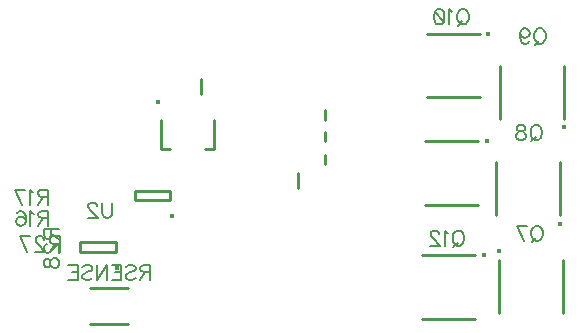
<source format=gbo>
G04 DipTrace 3.0.0.2*
G04 gd32f350withholtekregSHUNT.GBO*
%MOIN*%
G04 #@! TF.FileFunction,Legend,Bot*
G04 #@! TF.Part,Single*
%ADD10C,0.009843*%
%ADD30C,0.015742*%
%ADD33C,0.015759*%
%ADD38C,0.015401*%
%ADD41C,0.015401*%
%ADD97C,0.00772*%
%FSLAX26Y26*%
G04*
G70*
G90*
G75*
G01*
G04 BotSilk*
%LPD*%
X1441932Y893008D2*
D10*
Y944150D1*
X1531719Y1119961D2*
Y1151457D1*
X1530479Y972050D2*
Y1003546D1*
X1531429Y1049671D2*
Y1081167D1*
X2110536Y654398D2*
Y477228D1*
X2323138Y654398D2*
Y477228D1*
D30*
X2110536Y681943D3*
X2313121Y801662D2*
D10*
Y978833D1*
X2100520Y801662D2*
Y978833D1*
D30*
X2313121Y774118D3*
X2326172Y1123310D2*
D10*
Y1300481D1*
X2113571Y1123310D2*
Y1300481D1*
D30*
X2326172Y1095766D3*
X2046438Y1407624D2*
D10*
X1869267D1*
X2046438Y1195022D2*
X1869267D1*
D33*
X2073982Y1407624D3*
X2041616Y1050501D2*
D10*
X1864446D1*
X2041616Y837899D2*
X1864446D1*
D33*
X2069160Y1050501D3*
X2031905Y670062D2*
D10*
X1854734D1*
X2031905Y457461D2*
X1854734D1*
D33*
X2059449Y670062D3*
X1115803Y1205189D2*
D10*
Y1256331D1*
X748633Y441075D2*
X874491D1*
X748633Y559248D2*
X874491D1*
D38*
X1019103Y798136D3*
X1013840Y852201D2*
D10*
X895732D1*
X1013840Y883692D2*
X895732D1*
Y852201D2*
Y883692D1*
X1013840Y852201D2*
Y883692D1*
D38*
X838225Y626797D3*
X832962Y680863D2*
D10*
X714854D1*
X832962Y712353D2*
X714854D1*
Y680863D2*
Y712353D1*
X832962Y680863D2*
Y712353D1*
X984591Y1121154D2*
Y1022748D1*
X1014132D1*
X1132217D2*
X1161757D1*
Y1121154D1*
D41*
X975494Y1179784D3*
X2242149Y766898D2*
D97*
X2246902Y764576D1*
X2251710Y759768D1*
X2254087Y754959D1*
X2256519Y747774D1*
Y735836D1*
X2254087Y728651D1*
X2251710Y723898D1*
X2246902Y719089D1*
X2242149Y716713D1*
X2232587D1*
X2227779Y719089D1*
X2223025Y723898D1*
X2220649Y728651D1*
X2218217Y735836D1*
Y747774D1*
X2220649Y754959D1*
X2223025Y759768D1*
X2227779Y764576D1*
X2232587Y766898D1*
X2242149D1*
X2234964Y726275D2*
X2220649Y711904D1*
X2193216Y716658D2*
X2169284Y766842D1*
X2202778D1*
X2239975Y1103157D2*
X2244729Y1100836D1*
X2249537Y1096028D1*
X2251914Y1091219D1*
X2254345Y1084034D1*
Y1072096D1*
X2251914Y1064911D1*
X2249537Y1060158D1*
X2244729Y1055349D1*
X2239975Y1052973D1*
X2230414D1*
X2225605Y1055349D1*
X2220852Y1060158D1*
X2218476Y1064911D1*
X2216044Y1072096D1*
Y1084034D1*
X2218476Y1091219D1*
X2220852Y1096028D1*
X2225605Y1100836D1*
X2230414Y1103157D1*
X2239975D1*
X2232790Y1062534D2*
X2218476Y1048164D1*
X2188666Y1103102D2*
X2195796Y1100726D1*
X2198228Y1095972D1*
Y1091164D1*
X2195796Y1086411D1*
X2191043Y1083979D1*
X2181481Y1081602D1*
X2174296Y1079226D1*
X2169543Y1074417D1*
X2167166Y1069664D1*
Y1062479D1*
X2169543Y1057726D1*
X2171920Y1055294D1*
X2179105Y1052917D1*
X2188666D1*
X2195796Y1055294D1*
X2198228Y1057726D1*
X2200604Y1062479D1*
Y1069664D1*
X2198228Y1074417D1*
X2193419Y1079226D1*
X2186290Y1081602D1*
X2176728Y1083979D1*
X2171920Y1086411D1*
X2169543Y1091164D1*
Y1095972D1*
X2171920Y1100726D1*
X2179105Y1103102D1*
X2188666D1*
X2251866Y1424806D2*
X2256619Y1422484D1*
X2261428Y1417676D1*
X2263804Y1412868D1*
X2266236Y1405682D1*
Y1393744D1*
X2263804Y1386559D1*
X2261428Y1381806D1*
X2256619Y1376998D1*
X2251866Y1374621D1*
X2242304D1*
X2237496Y1376998D1*
X2232743Y1381806D1*
X2230366Y1386559D1*
X2227934Y1393744D1*
Y1405682D1*
X2230366Y1412868D1*
X2232743Y1417676D1*
X2237496Y1422484D1*
X2242304Y1424806D1*
X2251866D1*
X2244681Y1384183D2*
X2230366Y1369813D1*
X2181378Y1408059D2*
X2183810Y1400874D1*
X2188563Y1396066D1*
X2195748Y1393689D1*
X2198125D1*
X2205310Y1396066D1*
X2210063Y1400874D1*
X2212495Y1408059D1*
Y1410436D1*
X2210063Y1417621D1*
X2205310Y1422374D1*
X2198125Y1424750D1*
X2195748D1*
X2188563Y1422374D1*
X2183810Y1417621D1*
X2181378Y1408059D1*
Y1396066D1*
X2183810Y1384127D1*
X2188563Y1376942D1*
X2195748Y1374566D1*
X2200501D1*
X2207686Y1376942D1*
X2210063Y1381751D1*
X1994903Y1488718D2*
X1999656Y1486397D1*
X2004465Y1481588D1*
X2006841Y1476780D1*
X2009273Y1469595D1*
Y1457656D1*
X2006841Y1450471D1*
X2004465Y1445718D1*
X1999656Y1440910D1*
X1994903Y1438533D1*
X1985341D1*
X1980533Y1440910D1*
X1975780Y1445718D1*
X1973403Y1450471D1*
X1970971Y1457656D1*
Y1469595D1*
X1973403Y1476780D1*
X1975780Y1481588D1*
X1980533Y1486397D1*
X1985341Y1488718D1*
X1994903D1*
X1987718Y1448095D2*
X1973403Y1433725D1*
X1955532Y1479101D2*
X1950724Y1481533D1*
X1943539Y1488663D1*
Y1438478D1*
X1913729Y1488663D2*
X1920914Y1486286D1*
X1925723Y1479101D1*
X1928099Y1467163D1*
Y1459978D1*
X1925723Y1448039D1*
X1920914Y1440854D1*
X1913729Y1438478D1*
X1908976D1*
X1901791Y1440854D1*
X1897038Y1448039D1*
X1894606Y1459978D1*
Y1467163D1*
X1897038Y1479101D1*
X1901791Y1486286D1*
X1908976Y1488663D1*
X1913729D1*
X1897038Y1479101D2*
X1925723Y1448039D1*
X1980370Y751156D2*
X1985123Y748835D1*
X1989932Y744026D1*
X1992309Y739218D1*
X1994740Y732033D1*
Y720095D1*
X1992309Y712910D1*
X1989932Y708156D1*
X1985123Y703348D1*
X1980370Y700971D1*
X1970809D1*
X1966000Y703348D1*
X1961247Y708156D1*
X1958870Y712910D1*
X1956439Y720095D1*
Y732033D1*
X1958870Y739218D1*
X1961247Y744026D1*
X1966000Y748835D1*
X1970809Y751156D1*
X1980370D1*
X1973185Y710533D2*
X1958870Y696163D1*
X1940999Y741539D2*
X1936191Y743971D1*
X1929006Y751101D1*
Y700916D1*
X1911135Y739163D2*
Y741539D1*
X1908758Y746348D1*
X1906382Y748724D1*
X1901573Y751101D1*
X1892011D1*
X1887258Y748724D1*
X1884882Y746348D1*
X1882450Y741539D1*
Y736786D1*
X1884882Y731978D1*
X1889635Y724848D1*
X1913567Y700916D1*
X1880073D1*
X608820Y792451D2*
X587320D1*
X580135Y794883D1*
X577703Y797260D1*
X575326Y802013D1*
Y806822D1*
X577703Y811575D1*
X580135Y814007D1*
X587320Y816383D1*
X608820D1*
Y766143D1*
X592073Y792451D2*
X575326Y766143D1*
X559887Y806766D2*
X555079Y809198D1*
X547894Y816328D1*
Y766143D1*
X503769Y809198D2*
X506146Y813951D1*
X513331Y816328D1*
X518084D1*
X525269Y813951D1*
X530078Y806766D1*
X532454Y794828D1*
Y782890D1*
X530078Y773328D1*
X525269Y768520D1*
X518084Y766143D1*
X515708D1*
X508578Y768520D1*
X503769Y773328D1*
X501393Y780513D1*
Y782890D1*
X503769Y790075D1*
X508578Y794828D1*
X515708Y797205D1*
X518084D1*
X525269Y794828D1*
X530078Y790075D1*
X532454Y782890D1*
X607096Y863825D2*
X585596D1*
X578411Y866257D1*
X575979Y868634D1*
X573603Y873387D1*
Y878196D1*
X575979Y882949D1*
X578411Y885381D1*
X585596Y887757D1*
X607096D1*
Y837517D1*
X590349Y863825D2*
X573603Y837517D1*
X558163Y878140D2*
X553355Y880572D1*
X546170Y887702D1*
Y837517D1*
X521169D2*
X497237Y887702D1*
X530731D1*
X645909Y707675D2*
X624409D1*
X617224Y710106D1*
X614792Y712483D1*
X612416Y717236D1*
Y722045D1*
X614792Y726798D1*
X617224Y729230D1*
X624409Y731606D1*
X645909D1*
Y681366D1*
X629162Y707675D2*
X612416Y681366D1*
X594544Y719613D2*
Y721989D1*
X592168Y726798D1*
X589791Y729174D1*
X584983Y731551D1*
X575421D1*
X570668Y729174D1*
X568291Y726798D1*
X565860Y721989D1*
Y717236D1*
X568291Y712428D1*
X573045Y705298D1*
X596976Y681366D1*
X563483D1*
X538482D2*
X514550Y731551D1*
X548044D1*
X617386Y757737D2*
Y736237D1*
X614954Y729052D1*
X612577Y726620D1*
X607824Y724244D1*
X603016D1*
X598263Y726620D1*
X595831Y729052D1*
X593454Y736237D1*
Y757737D1*
X643694D1*
X617386Y740990D2*
X643694Y724244D1*
X605448Y706373D2*
X603071D1*
X598263Y703996D1*
X595886Y701619D1*
X593509Y696811D1*
Y687249D1*
X595886Y682496D1*
X598263Y680120D1*
X603071Y677688D1*
X607824D1*
X612633Y680120D1*
X619762Y684873D1*
X643694Y708804D1*
Y675311D1*
X593509Y647934D2*
X595886Y655063D1*
X600639Y657495D1*
X605448D1*
X610201Y655063D1*
X612633Y650310D1*
X615009Y640749D1*
X617386Y633564D1*
X622194Y628810D1*
X626947Y626434D1*
X634132D1*
X638886Y628810D1*
X641318Y631187D1*
X643694Y638372D1*
Y647934D1*
X641318Y655063D1*
X638886Y657495D1*
X634133Y659872D1*
X626947D1*
X622194Y657495D1*
X617386Y652687D1*
X615009Y645557D1*
X612633Y635995D1*
X610201Y631187D1*
X605448Y628810D1*
X600639D1*
X595886Y631187D1*
X593509Y638372D1*
Y647934D1*
X948208Y612445D2*
X926708D1*
X919523Y614877D1*
X917091Y617253D1*
X914715Y622007D1*
Y626815D1*
X917091Y631568D1*
X919523Y634000D1*
X926708Y636377D1*
X948208D1*
Y586137D1*
X931461Y612445D2*
X914715Y586137D1*
X865782Y629192D2*
X870535Y634000D1*
X877720Y636377D1*
X887282D1*
X894467Y634000D1*
X899275Y629192D1*
Y624438D1*
X896844Y619630D1*
X894467Y617253D1*
X889714Y614877D1*
X875344Y610068D1*
X870535Y607692D1*
X868159Y605260D1*
X865782Y600507D1*
Y593322D1*
X870535Y588568D1*
X877720Y586137D1*
X887282D1*
X894467Y588568D1*
X899275Y593322D1*
X819281Y636377D2*
X850343D1*
Y586137D1*
X819281D1*
X850343Y612445D2*
X831220D1*
X770349Y636377D2*
Y586137D1*
X803842Y636377D1*
Y586137D1*
X721416Y629192D2*
X726169Y634000D1*
X733354Y636377D1*
X742916D1*
X750101Y634000D1*
X754909Y629192D1*
Y624438D1*
X752478Y619630D1*
X750101Y617253D1*
X745348Y614877D1*
X730978Y610068D1*
X726169Y607692D1*
X723793Y605260D1*
X721416Y600507D1*
Y593322D1*
X726169Y588568D1*
X733354Y586137D1*
X742916D1*
X750101Y588568D1*
X754909Y593322D1*
X674915Y636377D2*
X705977D1*
Y586137D1*
X674915D1*
X705977Y612445D2*
X686854D1*
X821603Y844598D2*
Y808728D1*
X819226Y801543D1*
X814418Y796790D1*
X807233Y794358D1*
X802479D1*
X795294Y796790D1*
X790486Y801543D1*
X788109Y808728D1*
Y844598D1*
X770238Y832605D2*
Y834982D1*
X767862Y839790D1*
X765485Y842167D1*
X760677Y844543D1*
X751115D1*
X746362Y842167D1*
X743985Y839790D1*
X741553Y834982D1*
Y830228D1*
X743985Y825420D1*
X748738Y818290D1*
X772670Y794358D1*
X739177D1*
M02*

</source>
